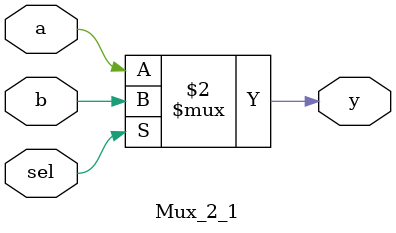
<source format=v>

`timescale 1 ns / 1 ps

module Mux_2_1 (
	input       a,
	input       b,
	input       sel,
	output wire y
);

assign y = (sel == 1'b0)? a : b;

endmodule


</source>
